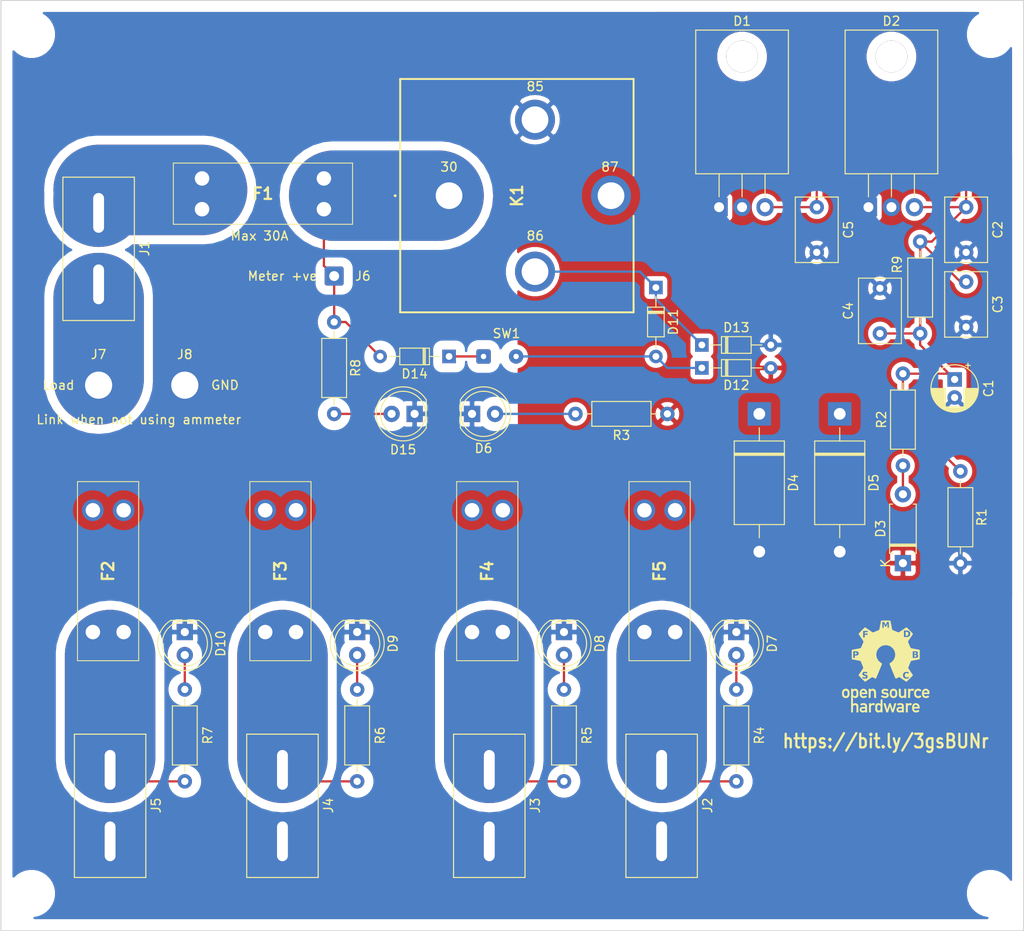
<source format=kicad_pcb>
(kicad_pcb (version 20171130) (host pcbnew "(5.1.9)-1")
  (layers (0 F.Cu signal) (31 B.Cu signal) (34 B.Paste user) (35 F.Paste user) (36 B.SilkS user) (37 F.SilkS user) (38 B.Mask user) (39 F.Mask user) (44 Edge.Cuts user))
  (net 0 "")
  (net 1 "Net-(C1-Pad1)")
  (net 2 "Net-(D3-Pad2)")
  (net 3 "Net-(D6-Pad2)")
  (net 4 "Net-(D7-Pad2)")
  (net 5 "Net-(D8-Pad2)")
  (net 6 "Net-(D9-Pad2)")
  (net 7 "Net-(D10-Pad2)")
  (net 8 "Net-(D11-Pad2)")
  (net 9 "Net-(D11-Pad1)")
  (net 10 "Net-(D14-Pad2)")
  (net 11 "Net-(D14-Pad1)")
  (net 12 "Net-(D15-Pad2)")
  (net 13 "Net-(F1-Pad1)")
  (net 14 "Net-(F2-Pad1)")
  (net 15 "Net-(F3-Pad1)")
  (net 16 "Net-(F4-Pad1)")
  (net 17 "Net-(F5-Pad1)")
  (net 18 "Net-(J1-Pad2)")
  (net 19 /GND)
  (net 20 /Vout)
  (module MountingHole:MountingHole_3.2mm_M3 (layer F.Cu) (at 91 114)
    (fp_text reference " " (at 0 -4.2) (layer F.SilkS))
    (fp_text value MountingHole_3.2mm_M3)
    (pad 1 np_thru_hole circle (at 0 0) (size 3.2 3.2) (drill 3.2) (layers *.Cu *.Mask))
  )
  (module MountingHole:MountingHole_3.2mm_M3 (layer F.Cu) (at 197 19)
    (fp_text reference " " (at -0.15 4.495) (layer F.SilkS))
    (fp_text value MountingHole_3.2mm_M3)
    (pad 1 np_thru_hole circle (at 0 0) (size 3.2 3.2) (drill 3.2) (layers *.Cu *.Mask))
  )
  (module MountingHole:MountingHole_3.2mm_M3 (layer F.Cu) (at 197 114)
    (fp_text reference " " (at 0 -4.2) (layer F.SilkS))
    (fp_text value MountingHole_3.2mm_M3)
    (pad 1 np_thru_hole circle (at 0 0) (size 3.2 3.2) (drill 3.2) (layers *.Cu *.Mask))
  )
  (module MountingHole:MountingHole_3.2mm_M3 (layer F.Cu) (at 91 19)
    (fp_text reference " " (at 0.44 4.495) (layer F.SilkS))
    (fp_text value MountingHole_3.2mm_M3)
    (pad 1 np_thru_hole circle (at 0 0) (size 3.2 3.2) (drill 3.2) (layers *.Cu *.Mask))
  )
  (module OpenSourceLogos:ohs-logo (layer F.Cu) (at 185.42 88.9)
    (fp_text reference G*** hide)
    (fp_text value LOGO hide)
  )
  (module SamacSys_Parts:896HP1AHC12VDC (layer F.Cu) (at 137.16 36.83 270)
    (fp_text reference K1 (at 0 -7.5 90) (layer F.SilkS) (effects (font (size 1.27 1.27) (thickness 0.254))))
    (fp_text value 896HP-1AH-C-12VDC hide)
    (pad 87 thru_hole circle (at 0 -17.9 270) (size 4.428 4.428) (drill 2.952) (layers *.Cu *.Mask) (net 20 /Vout))
    (pad 86 thru_hole circle (at 8.4 -9.5 270) (size 4.428 4.428) (drill 2.952) (layers *.Cu *.Mask) (net 9 "Net-(D11-Pad1)"))
    (pad 85 thru_hole circle (at -8.4 -9.5 270) (size 4.428 4.428) (drill 2.952) (layers *.Cu *.Mask) (net 19 /GND))
    (pad 30 thru_hole circle (at 0 0 270) (size 4.428 4.428) (drill 2.952) (layers *.Cu *.Mask) (net 10 "Net-(D14-Pad2)"))
  )
  (module SamacSys_Parts:355720 (layer F.Cu) (at 158.75 85.09 90)
    (fp_text reference F5 (at 6.735 1.683 90) (layer F.SilkS) (effects (font (size 1.27 1.27) (thickness 0.254))))
    (fp_text value <=20A hide)
    (pad 4 thru_hole circle (at 13.47 0 90) (size 2.4 2.4) (drill 1.6) (layers *.Cu *.Mask) (net 20 /Vout))
    (pad 3 thru_hole circle (at 13.47 3.4 90) (size 2.4 2.4) (drill 1.6) (layers *.Cu *.Mask) (net 20 /Vout))
    (pad 2 thru_hole circle (at 0 3.4 90) (size 2.4 2.4) (drill 1.6) (layers *.Cu *.Mask) (net 17 "Net-(F5-Pad1)"))
    (pad 1 thru_hole circle (at 0 0 90) (size 2.4 2.4) (drill 1.6) (layers *.Cu *.Mask) (net 17 "Net-(F5-Pad1)"))
  )
  (module SamacSys_Parts:355720 (layer F.Cu) (at 139.7 85.09 90)
    (fp_text reference F4 (at 6.735 1.683 90) (layer F.SilkS) (effects (font (size 1.27 1.27) (thickness 0.254))))
    (fp_text value <=20A hide)
    (pad 4 thru_hole circle (at 13.47 0 90) (size 2.4 2.4) (drill 1.6) (layers *.Cu *.Mask) (net 20 /Vout))
    (pad 3 thru_hole circle (at 13.47 3.4 90) (size 2.4 2.4) (drill 1.6) (layers *.Cu *.Mask) (net 20 /Vout))
    (pad 2 thru_hole circle (at 0 3.4 90) (size 2.4 2.4) (drill 1.6) (layers *.Cu *.Mask) (net 16 "Net-(F4-Pad1)"))
    (pad 1 thru_hole circle (at 0 0 90) (size 2.4 2.4) (drill 1.6) (layers *.Cu *.Mask) (net 16 "Net-(F4-Pad1)"))
  )
  (module SamacSys_Parts:355720 (layer F.Cu) (at 116.84 85.09 90)
    (fp_text reference F3 (at 6.735 1.683 90) (layer F.SilkS) (effects (font (size 1.27 1.27) (thickness 0.254))))
    (fp_text value <=20A hide)
    (pad 4 thru_hole circle (at 13.47 0 90) (size 2.4 2.4) (drill 1.6) (layers *.Cu *.Mask) (net 20 /Vout))
    (pad 3 thru_hole circle (at 13.47 3.4 90) (size 2.4 2.4) (drill 1.6) (layers *.Cu *.Mask) (net 20 /Vout))
    (pad 2 thru_hole circle (at 0 3.4 90) (size 2.4 2.4) (drill 1.6) (layers *.Cu *.Mask) (net 15 "Net-(F3-Pad1)"))
    (pad 1 thru_hole circle (at 0 0 90) (size 2.4 2.4) (drill 1.6) (layers *.Cu *.Mask) (net 15 "Net-(F3-Pad1)"))
  )
  (module SamacSys_Parts:355720 (layer F.Cu) (at 97.79 85.09 90)
    (fp_text reference F2 (at 6.735 1.683 90) (layer F.SilkS) (effects (font (size 1.27 1.27) (thickness 0.254))))
    (fp_text value <=20A hide)
    (pad 4 thru_hole circle (at 13.47 0 90) (size 2.4 2.4) (drill 1.6) (layers *.Cu *.Mask) (net 20 /Vout))
    (pad 3 thru_hole circle (at 13.47 3.4 90) (size 2.4 2.4) (drill 1.6) (layers *.Cu *.Mask) (net 20 /Vout))
    (pad 2 thru_hole circle (at 0 3.4 90) (size 2.4 2.4) (drill 1.6) (layers *.Cu *.Mask) (net 14 "Net-(F2-Pad1)"))
    (pad 1 thru_hole circle (at 0 0 90) (size 2.4 2.4) (drill 1.6) (layers *.Cu *.Mask) (net 14 "Net-(F2-Pad1)"))
  )
  (module SamacSys_Parts:355720 (layer F.Cu) (at 109.855 34.925)
    (fp_text reference F1 (at 6.735 1.683) (layer F.SilkS) (effects (font (size 1.27 1.27) (thickness 0.254))))
    (fp_text value <=30A hide)
    (pad 4 thru_hole circle (at 13.47 0) (size 2.4 2.4) (drill 1.6) (layers *.Cu *.Mask) (net 10 "Net-(D14-Pad2)"))
    (pad 3 thru_hole circle (at 13.47 3.4) (size 2.4 2.4) (drill 1.6) (layers *.Cu *.Mask) (net 10 "Net-(D14-Pad2)"))
    (pad 2 thru_hole circle (at 0 3.4) (size 2.4 2.4) (drill 1.6) (layers *.Cu *.Mask) (net 13 "Net-(F1-Pad1)"))
    (pad 1 thru_hole circle (at 0 0) (size 2.4 2.4) (drill 1.6) (layers *.Cu *.Mask) (net 13 "Net-(F1-Pad1)"))
  )
  (module Resistor_THT:R_Axial_DIN0207_L6.3mm_D2.5mm_P10.16mm_Horizontal (layer F.Cu) (at 124.46 50.8 270)
    (fp_text reference R8 (at 5.08 -2.37 90) (layer F.SilkS))
    (fp_text value 220K)
    (pad 2 thru_hole oval (at 10.16 0 270) (size 1.6 1.6) (drill 0.8) (layers *.Cu *.Mask) (net 12 "Net-(D15-Pad2)"))
    (pad 1 thru_hole circle (at 0 0 270) (size 1.6 1.6) (drill 0.8) (layers *.Cu *.Mask) (net 10 "Net-(D14-Pad2)"))
  )
  (module Connector_Wire:SolderWire-2.5sqmm_1x01_D2.4mm_OD4.4mm (layer F.Cu) (at 107.95 57.785)
    (fp_text reference J8 (at 0 -3.4) (layer F.SilkS))
    (fp_text value "Meter LOAD")
    (pad 1 thru_hole roundrect (at 0 0) (size 4.4 4.4) (drill 3) (layers *.Cu *.Mask) (roundrect_rratio 0.057) (net 19 /GND))
  )
  (module Connector_Wire:SolderWire-2.5sqmm_1x01_D2.4mm_OD4.4mm (layer F.Cu) (at 98.425 57.785)
    (fp_text reference J7 (at 0 -3.4) (layer F.SilkS))
    (fp_text value "Meter GND")
    (pad 1 thru_hole roundrect (at 0 0) (size 4.4 4.4) (drill 3) (layers *.Cu *.Mask) (roundrect_rratio 0.057) (net 18 "Net-(J1-Pad2)"))
  )
  (module Connector_Wire:SolderWire-0.5sqmm_1x01_D0.9mm_OD2.1mm (layer F.Cu) (at 124.46 45.72)
    (fp_text reference J6 (at 3.175 0) (layer F.SilkS))
    (fp_text value "Meter +ve")
    (pad 1 thru_hole roundrect (at 0 0) (size 2.1 2.1) (drill 1.1) (layers *.Cu *.Mask) (roundrect_rratio 0.1190471428571429) (net 10 "Net-(D14-Pad2)"))
  )
  (module SamacSys_Parts:Anderson_powerpole_2w (layer F.Cu) (at 99.695 100.33 270)
    (fp_text reference J5 (at 3.937 -5.08 90) (layer F.SilkS))
    (fp_text value "Anderson powerpole")
    (pad 2 thru_hole oval (at 7.9 0 270) (size 5.5 6) (drill oval 4.4 1.2) (layers *.Cu *.Mask) (net 19 /GND))
    (pad 1 thru_hole oval (at 0 0 270) (size 5.5 6) (drill oval 4.4 1.2) (layers *.Cu *.Mask) (net 14 "Net-(F2-Pad1)"))
  )
  (module SamacSys_Parts:Anderson_powerpole_2w (layer F.Cu) (at 118.745 100.33 270)
    (fp_text reference J4 (at 3.937 -5.08 90) (layer F.SilkS))
    (fp_text value "Anderson powerpole")
    (pad 2 thru_hole oval (at 7.9 0 270) (size 5.5 6) (drill oval 4.4 1.2) (layers *.Cu *.Mask) (net 19 /GND))
    (pad 1 thru_hole oval (at 0 0 270) (size 5.5 6) (drill oval 4.4 1.2) (layers *.Cu *.Mask) (net 15 "Net-(F3-Pad1)"))
  )
  (module SamacSys_Parts:Anderson_powerpole_2w (layer F.Cu) (at 141.605 100.33 270)
    (fp_text reference J3 (at 3.937 -5.08 90) (layer F.SilkS))
    (fp_text value "Anderson powerpole")
    (pad 2 thru_hole oval (at 7.9 0 270) (size 5.5 6) (drill oval 4.4 1.2) (layers *.Cu *.Mask) (net 19 /GND))
    (pad 1 thru_hole oval (at 0 0 270) (size 5.5 6) (drill oval 4.4 1.2) (layers *.Cu *.Mask) (net 16 "Net-(F4-Pad1)"))
  )
  (module SamacSys_Parts:Anderson_powerpole_2w (layer F.Cu) (at 160.655 100.33 270)
    (fp_text reference J2 (at 3.937 -5.08 90) (layer F.SilkS))
    (fp_text value "Anderson powerpole")
    (pad 2 thru_hole oval (at 7.9 0 270) (size 5.5 6) (drill oval 4.4 1.2) (layers *.Cu *.Mask) (net 19 /GND))
    (pad 1 thru_hole oval (at 0 0 270) (size 5.5 6) (drill oval 4.4 1.2) (layers *.Cu *.Mask) (net 17 "Net-(F5-Pad1)"))
  )
  (module SamacSys_Parts:Anderson_powerpole_2w (layer F.Cu) (at 98.425 38.735 270)
    (fp_text reference J1 (at 3.937 -5.08 90) (layer F.SilkS))
    (fp_text value "Anderson powerpole")
    (pad 2 thru_hole oval (at 7.9 0 270) (size 5.5 6) (drill oval 4.4 1.2) (layers *.Cu *.Mask) (net 18 "Net-(J1-Pad2)"))
    (pad 1 thru_hole oval (at 0 0 270) (size 5.5 6) (drill oval 4.4 1.2) (layers *.Cu *.Mask) (net 13 "Net-(F1-Pad1)"))
  )
  (module Capacitor_THT:C_Rect_L7.0mm_W4.5mm_P5.00mm (layer F.Cu) (at 177.8 38.1 270)
    (fp_text reference C5 (at 2.5 -3.5 90) (layer F.SilkS))
    (fp_text value 10nF)
    (pad 2 thru_hole circle (at 5 0 270) (size 1.6 1.6) (drill 0.8) (layers *.Cu *.Mask) (net 19 /GND))
    (pad 1 thru_hole circle (at 0 0 270) (size 1.6 1.6) (drill 0.8) (layers *.Cu *.Mask) (net 1 "Net-(C1-Pad1)"))
  )
  (module Package_TO_SOT_THT:TO-220-3_Horizontal_TabDown (layer F.Cu) (at 167.005 38.1)
    (fp_text reference D1 (at 2.54 -20.58) (layer F.SilkS))
    (fp_text value TN5015H-6I)
    (pad 3 thru_hole oval (at 5.08 0) (size 1.905 2) (drill 1.1) (layers *.Cu *.Mask) (net 1 "Net-(C1-Pad1)"))
    (pad 2 thru_hole oval (at 2.54 0) (size 1.905 2) (drill 1.1) (layers *.Cu *.Mask) (net 20 /Vout))
    (pad 1 thru_hole rect (at 0 0) (size 1.905 2) (drill 1.1) (layers *.Cu *.Mask) (net 19 /GND))
    (pad "" thru_hole oval (at 2.54 -16.66) (size 3.5 3.5) (drill 3.5) (layers *.Cu *.Mask))
  )
  (module Connector_Wire:SolderWire-0.1sqmm_1x02_P3.6mm_D0.4mm_OD1mm (layer F.Cu) (at 140.97 54.61)
    (fp_text reference SW1 (at 2.54 -2.54) (layer F.SilkS))
    (fp_text value SW_Push)
    (pad 2 thru_hole circle (at 3.6 0) (size 1.6 1.6) (drill 0.6) (layers *.Cu *.Mask) (net 8 "Net-(D11-Pad2)"))
    (pad 1 thru_hole roundrect (at 0 0) (size 1.6 1.6) (drill 0.6) (layers *.Cu *.Mask) (roundrect_rratio 0.15625) (net 11 "Net-(D14-Pad1)"))
  )
  (module Resistor_THT:R_Axial_DIN0207_L6.3mm_D2.5mm_P10.16mm_Horizontal (layer F.Cu) (at 189.23 52.07 90)
    (fp_text reference R9 (at 7.62 -2.54 90) (layer F.SilkS))
    (fp_text value 0R)
    (pad 2 thru_hole oval (at 10.16 0 90) (size 1.6 1.6) (drill 0.8) (layers *.Cu *.Mask) (net 1 "Net-(C1-Pad1)"))
    (pad 1 thru_hole circle (at 0 0 90) (size 1.6 1.6) (drill 0.8) (layers *.Cu *.Mask) (net 1 "Net-(C1-Pad1)"))
  )
  (module Resistor_THT:R_Axial_DIN0207_L6.3mm_D2.5mm_P10.16mm_Horizontal (layer F.Cu) (at 107.95 101.6 90)
    (fp_text reference R7 (at 5.08 2.54 90) (layer F.SilkS))
    (fp_text value 220K)
    (pad 2 thru_hole oval (at 10.16 0 90) (size 1.6 1.6) (drill 0.8) (layers *.Cu *.Mask) (net 7 "Net-(D10-Pad2)"))
    (pad 1 thru_hole circle (at 0 0 90) (size 1.6 1.6) (drill 0.8) (layers *.Cu *.Mask) (net 14 "Net-(F2-Pad1)"))
  )
  (module Resistor_THT:R_Axial_DIN0207_L6.3mm_D2.5mm_P10.16mm_Horizontal (layer F.Cu) (at 127 101.6 90)
    (fp_text reference R6 (at 5.08 2.54 90) (layer F.SilkS))
    (fp_text value 220K)
    (pad 2 thru_hole oval (at 10.16 0 90) (size 1.6 1.6) (drill 0.8) (layers *.Cu *.Mask) (net 6 "Net-(D9-Pad2)"))
    (pad 1 thru_hole circle (at 0 0 90) (size 1.6 1.6) (drill 0.8) (layers *.Cu *.Mask) (net 15 "Net-(F3-Pad1)"))
  )
  (module Resistor_THT:R_Axial_DIN0207_L6.3mm_D2.5mm_P10.16mm_Horizontal (layer F.Cu) (at 149.86 101.6 90)
    (fp_text reference R5 (at 5.08 2.54 90) (layer F.SilkS))
    (fp_text value 220K)
    (pad 2 thru_hole oval (at 10.16 0 90) (size 1.6 1.6) (drill 0.8) (layers *.Cu *.Mask) (net 5 "Net-(D8-Pad2)"))
    (pad 1 thru_hole circle (at 0 0 90) (size 1.6 1.6) (drill 0.8) (layers *.Cu *.Mask) (net 16 "Net-(F4-Pad1)"))
  )
  (module Resistor_THT:R_Axial_DIN0207_L6.3mm_D2.5mm_P10.16mm_Horizontal (layer F.Cu) (at 168.91 101.6 90)
    (fp_text reference R4 (at 5.08 2.54 90) (layer F.SilkS))
    (fp_text value 220K)
    (pad 2 thru_hole oval (at 10.16 0 90) (size 1.6 1.6) (drill 0.8) (layers *.Cu *.Mask) (net 4 "Net-(D7-Pad2)"))
    (pad 1 thru_hole circle (at 0 0 90) (size 1.6 1.6) (drill 0.8) (layers *.Cu *.Mask) (net 17 "Net-(F5-Pad1)"))
  )
  (module Resistor_THT:R_Axial_DIN0207_L6.3mm_D2.5mm_P10.16mm_Horizontal (layer F.Cu) (at 161.29 60.96 180)
    (fp_text reference R3 (at 5.08 -2.37) (layer F.SilkS))
    (fp_text value 220K)
    (pad 2 thru_hole oval (at 10.16 0 180) (size 1.6 1.6) (drill 0.8) (layers *.Cu *.Mask) (net 3 "Net-(D6-Pad2)"))
    (pad 1 thru_hole circle (at 0 0 180) (size 1.6 1.6) (drill 0.8) (layers *.Cu *.Mask) (net 20 /Vout))
  )
  (module Resistor_THT:R_Axial_DIN0207_L6.3mm_D2.5mm_P10.16mm_Horizontal (layer F.Cu) (at 187.325 66.675 90)
    (fp_text reference R2 (at 5.08 -2.37 90) (layer F.SilkS))
    (fp_text value 10R)
    (pad 2 thru_hole oval (at 10.16 0 90) (size 1.6 1.6) (drill 0.8) (layers *.Cu *.Mask) (net 1 "Net-(C1-Pad1)"))
    (pad 1 thru_hole circle (at 0 0 90) (size 1.6 1.6) (drill 0.8) (layers *.Cu *.Mask) (net 2 "Net-(D3-Pad2)"))
  )
  (module Resistor_THT:R_Axial_DIN0207_L6.3mm_D2.5mm_P10.16mm_Horizontal (layer F.Cu) (at 193.675 67.31 270)
    (fp_text reference R1 (at 5.08 -2.37 90) (layer F.SilkS))
    (fp_text value 27K)
    (pad 2 thru_hole oval (at 10.16 0 270) (size 1.6 1.6) (drill 0.8) (layers *.Cu *.Mask) (net 19 /GND))
    (pad 1 thru_hole circle (at 0 0 270) (size 1.6 1.6) (drill 0.8) (layers *.Cu *.Mask) (net 1 "Net-(C1-Pad1)"))
  )
  (module LED_THT:LED_D5.0mm (layer F.Cu) (at 133.35 60.96 180)
    (fp_text reference D15 (at 1.27 -3.96) (layer F.SilkS))
    (fp_text value LED)
    (pad 2 thru_hole circle (at 2.54 0 180) (size 1.8 1.8) (drill 0.9) (layers *.Cu *.Mask) (net 12 "Net-(D15-Pad2)"))
    (pad 1 thru_hole rect (at 0 0 180) (size 1.8 1.8) (drill 0.9) (layers *.Cu *.Mask) (net 19 /GND))
  )
  (module Diode_THT:D_DO-34_SOD68_P7.62mm_Horizontal (layer F.Cu) (at 137.16 54.61 180)
    (fp_text reference D14 (at 3.81 -1.92) (layer F.SilkS))
    (fp_text value 1N4001)
    (pad 2 thru_hole oval (at 7.62 0 180) (size 1.5 1.5) (drill 0.75) (layers *.Cu *.Mask) (net 10 "Net-(D14-Pad2)"))
    (pad 1 thru_hole rect (at 0 0 180) (size 1.5 1.5) (drill 0.75) (layers *.Cu *.Mask) (net 11 "Net-(D14-Pad1)"))
  )
  (module Diode_THT:D_DO-34_SOD68_P7.62mm_Horizontal (layer F.Cu) (at 165.1 53.34)
    (fp_text reference D13 (at 3.81 -1.92) (layer F.SilkS))
    (fp_text value 1N4001)
    (pad 2 thru_hole oval (at 7.62 0) (size 1.5 1.5) (drill 0.75) (layers *.Cu *.Mask) (net 19 /GND))
    (pad 1 thru_hole rect (at 0 0) (size 1.5 1.5) (drill 0.75) (layers *.Cu *.Mask) (net 9 "Net-(D11-Pad1)"))
  )
  (module Diode_THT:D_DO-34_SOD68_P7.62mm_Horizontal (layer F.Cu) (at 165.1 55.88)
    (fp_text reference D12 (at 3.81 1.905) (layer F.SilkS))
    (fp_text value 1N4001)
    (pad 2 thru_hole oval (at 7.62 0) (size 1.5 1.5) (drill 0.75) (layers *.Cu *.Mask) (net 20 /Vout))
    (pad 1 thru_hole rect (at 0 0) (size 1.5 1.5) (drill 0.75) (layers *.Cu *.Mask) (net 8 "Net-(D11-Pad2)"))
  )
  (module Diode_THT:D_DO-34_SOD68_P7.62mm_Horizontal (layer F.Cu) (at 160.02 46.99 270)
    (fp_text reference D11 (at 3.81 -1.92 90) (layer F.SilkS))
    (fp_text value 1N4001)
    (pad 2 thru_hole oval (at 7.62 0 270) (size 1.5 1.5) (drill 0.75) (layers *.Cu *.Mask) (net 8 "Net-(D11-Pad2)"))
    (pad 1 thru_hole rect (at 0 0 270) (size 1.5 1.5) (drill 0.75) (layers *.Cu *.Mask) (net 9 "Net-(D11-Pad1)"))
  )
  (module LED_THT:LED_D5.0mm (layer F.Cu) (at 107.95 85.09 270)
    (fp_text reference D10 (at 1.27 -3.96 90) (layer F.SilkS))
    (fp_text value LED)
    (pad 2 thru_hole circle (at 2.54 0 270) (size 1.8 1.8) (drill 0.9) (layers *.Cu *.Mask) (net 7 "Net-(D10-Pad2)"))
    (pad 1 thru_hole rect (at 0 0 270) (size 1.8 1.8) (drill 0.9) (layers *.Cu *.Mask) (net 19 /GND))
  )
  (module LED_THT:LED_D5.0mm (layer F.Cu) (at 127 85.09 270)
    (fp_text reference D9 (at 1.27 -3.96 90) (layer F.SilkS))
    (fp_text value LED)
    (pad 2 thru_hole circle (at 2.54 0 270) (size 1.8 1.8) (drill 0.9) (layers *.Cu *.Mask) (net 6 "Net-(D9-Pad2)"))
    (pad 1 thru_hole rect (at 0 0 270) (size 1.8 1.8) (drill 0.9) (layers *.Cu *.Mask) (net 19 /GND))
  )
  (module LED_THT:LED_D5.0mm (layer F.Cu) (at 149.86 85.09 270)
    (fp_text reference D8 (at 1.27 -3.96 90) (layer F.SilkS))
    (fp_text value LED)
    (pad 2 thru_hole circle (at 2.54 0 270) (size 1.8 1.8) (drill 0.9) (layers *.Cu *.Mask) (net 5 "Net-(D8-Pad2)"))
    (pad 1 thru_hole rect (at 0 0 270) (size 1.8 1.8) (drill 0.9) (layers *.Cu *.Mask) (net 19 /GND))
  )
  (module LED_THT:LED_D5.0mm (layer F.Cu) (at 168.91 85.09 270)
    (fp_text reference D7 (at 1.27 -3.96 90) (layer F.SilkS))
    (fp_text value LED)
    (pad 2 thru_hole circle (at 2.54 0 270) (size 1.8 1.8) (drill 0.9) (layers *.Cu *.Mask) (net 4 "Net-(D7-Pad2)"))
    (pad 1 thru_hole rect (at 0 0 270) (size 1.8 1.8) (drill 0.9) (layers *.Cu *.Mask) (net 19 /GND))
  )
  (module LED_THT:LED_D5.0mm (layer F.Cu) (at 139.7 60.96)
    (fp_text reference D6 (at 1.27 3.81) (layer F.SilkS))
    (fp_text value LED)
    (pad 2 thru_hole circle (at 2.54 0) (size 1.8 1.8) (drill 0.9) (layers *.Cu *.Mask) (net 3 "Net-(D6-Pad2)"))
    (pad 1 thru_hole rect (at 0 0) (size 1.8 1.8) (drill 0.9) (layers *.Cu *.Mask) (net 19 /GND))
  )
  (module Diode_THT:D_DO-201AE_P15.24mm_Horizontal (layer F.Cu) (at 180.34 60.96 270)
    (fp_text reference D5 (at 7.62 -3.77 90) (layer F.SilkS))
    (fp_text value TP6KE16A)
    (pad 2 thru_hole oval (at 15.24 0 270) (size 2.6 2.6) (drill 1.3) (layers *.Cu *.Mask) (net 19 /GND))
    (pad 1 thru_hole rect (at 0 0 270) (size 2.6 2.6) (drill 1.3) (layers *.Cu *.Mask) (net 20 /Vout))
  )
  (module Diode_THT:D_DO-201AE_P15.24mm_Horizontal (layer F.Cu) (at 171.45 60.96 270)
    (fp_text reference D4 (at 7.62 -3.77 90) (layer F.SilkS))
    (fp_text value TP6KE16A)
    (pad 2 thru_hole oval (at 15.24 0 270) (size 2.6 2.6) (drill 1.3) (layers *.Cu *.Mask) (net 19 /GND))
    (pad 1 thru_hole rect (at 0 0 270) (size 2.6 2.6) (drill 1.3) (layers *.Cu *.Mask) (net 20 /Vout))
  )
  (module Diode_THT:D_A-405_P7.62mm_Horizontal (layer F.Cu) (at 187.325 77.47 90)
    (fp_text reference D3 (at 3.81 -2.47 90) (layer F.SilkS))
    (fp_text value "1N5245B (15V)")
    (fp_text user K (at 0 -1.9 90) (layer F.SilkS))
    (pad 2 thru_hole oval (at 7.62 0 90) (size 1.8 1.8) (drill 0.9) (layers *.Cu *.Mask) (net 2 "Net-(D3-Pad2)"))
    (pad 1 thru_hole rect (at 0 0 90) (size 1.8 1.8) (drill 0.9) (layers *.Cu *.Mask) (net 20 /Vout))
  )
  (module Package_TO_SOT_THT:TO-220-3_Horizontal_TabDown (layer F.Cu) (at 183.515 38.1)
    (fp_text reference D2 (at 2.54 -20.58) (layer F.SilkS))
    (fp_text value TN5015H-6I)
    (pad 3 thru_hole oval (at 5.08 0) (size 1.905 2) (drill 1.1) (layers *.Cu *.Mask) (net 1 "Net-(C1-Pad1)"))
    (pad 2 thru_hole oval (at 2.54 0) (size 1.905 2) (drill 1.1) (layers *.Cu *.Mask) (net 20 /Vout))
    (pad 1 thru_hole rect (at 0 0) (size 1.905 2) (drill 1.1) (layers *.Cu *.Mask) (net 19 /GND))
    (pad "" thru_hole oval (at 2.54 -16.66) (size 3.5 3.5) (drill 3.5) (layers *.Cu *.Mask))
  )
  (module Capacitor_THT:C_Rect_L7.0mm_W4.5mm_P5.00mm (layer F.Cu) (at 184.785 52.07 90)
    (fp_text reference C4 (at 2.5 -3.5 90) (layer F.SilkS))
    (fp_text value unpop)
    (pad 2 thru_hole circle (at 5 0 90) (size 1.6 1.6) (drill 0.8) (layers *.Cu *.Mask) (net 19 /GND))
    (pad 1 thru_hole circle (at 0 0 90) (size 1.6 1.6) (drill 0.8) (layers *.Cu *.Mask) (net 1 "Net-(C1-Pad1)"))
  )
  (module Capacitor_THT:C_Rect_L7.0mm_W4.5mm_P5.00mm (layer F.Cu) (at 194.31 46.355 270)
    (fp_text reference C3 (at 2.5 -3.5 90) (layer F.SilkS))
    (fp_text value unpop)
    (pad 2 thru_hole circle (at 5 0 270) (size 1.6 1.6) (drill 0.8) (layers *.Cu *.Mask) (net 19 /GND))
    (pad 1 thru_hole circle (at 0 0 270) (size 1.6 1.6) (drill 0.8) (layers *.Cu *.Mask) (net 1 "Net-(C1-Pad1)"))
  )
  (module Capacitor_THT:C_Rect_L7.0mm_W4.5mm_P5.00mm (layer F.Cu) (at 194.31 38.1 270)
    (fp_text reference C2 (at 2.5 -3.5 90) (layer F.SilkS))
    (fp_text value 10nF)
    (pad 2 thru_hole circle (at 5 0 270) (size 1.6 1.6) (drill 0.8) (layers *.Cu *.Mask) (net 19 /GND))
    (pad 1 thru_hole circle (at 0 0 270) (size 1.6 1.6) (drill 0.8) (layers *.Cu *.Mask) (net 1 "Net-(C1-Pad1)"))
  )
  (module Capacitor_THT:CP_Radial_D5.0mm_P2.00mm (layer F.Cu) (at 193.04 57.15 270)
    (fp_text reference C1 (at 1 -3.75 90) (layer F.SilkS))
    (fp_text value 10uF)
    (pad 2 thru_hole circle (at 2 0 270) (size 1.6 1.6) (drill 0.8) (layers *.Cu *.Mask) (net 19 /GND))
    (pad 1 thru_hole rect (at 0 0 270) (size 1.6 1.6) (drill 0.8) (layers *.Cu *.Mask) (net 1 "Net-(C1-Pad1)"))
  )
  (gr_text https://bit.ly/3gsBUNr (at 185.42 97.155) (layer F.SilkS) (effects (font (size 1.5 1.3) (thickness 0.25))))
  (gr_text "Max 30A" (at 116.205 41.275) (layer F.SilkS) (effects (font (size 1 1))))
  (gr_text Load (at 93.98 57.785) (layer F.SilkS) (effects (font (size 1 1))))
  (gr_text GND (at 112.395 57.785) (layer F.SilkS) (effects (font (size 1 1))))
  (gr_text "Meter +ve" (at 118.745 45.72) (layer F.SilkS) (effects (font (size 1 1))))
  (gr_text "Link when not using ammeter" (at 102.87 61.595) (layer F.SilkS) (effects (font (size 1 1))))
  (gr_text 85 (at 146.685 24.765) (layer F.SilkS) (effects (font (size 1 1))))
  (gr_text 86 (at 146.685 41.275) (layer F.SilkS) (effects (font (size 1 1))))
  (gr_text 87 (at 154.94 33.655) (layer F.SilkS) (effects (font (size 1 1))))
  (gr_text 30 (at 137.16 33.655) (layer F.SilkS) (effects (font (size 1 1))))
  (gr_line (start 200.66 15.24) (end 200.66 118.11) (layer Edge.Cuts) (width 0.1))
  (gr_line (start 87.63 15.24) (end 200.66 15.24) (layer Edge.Cuts) (width 0.1))
  (gr_line (start 87.63 118.11) (end 87.63 15.24) (layer Edge.Cuts) (width 0.1))
  (gr_line (start 200.66 118.11) (end 87.63 118.11) (layer Edge.Cuts) (width 0.1))
  (segment (start 172.085 38.1) (end 177.8 38.1) (width 0.25) (layer F.Cu) (net 1))
  (segment (start 188.595 38.1) (end 194.31 38.1) (width 0.25) (layer F.Cu) (net 1))
  (segment (start 194.31 38.1) (end 194.31 34.29) (width 0.25) (layer F.Cu) (net 1))
  (segment (start 177.8 34.29) (end 177.8 38.1) (width 0.25) (layer F.Cu) (net 1))
  (segment (start 190.5 41.91) (end 194.31 38.1) (width 0.25) (layer F.Cu) (net 1))
  (segment (start 189.23 41.91) (end 190.5 41.91) (width 0.25) (layer F.Cu) (net 1))
  (segment (start 177.8 34.29) (end 177.8 33.02) (width 0.25) (layer F.Cu) (net 1))
  (segment (start 177.8 33.02) (end 194.31 33.02) (width 0.25) (layer F.Cu) (net 1))
  (segment (start 194.31 33.02) (end 194.31 34.29) (width 0.25) (layer F.Cu) (net 1))
  (segment (start 193.675 46.355) (end 194.31 46.355) (width 0.25) (layer F.Cu) (net 1))
  (segment (start 189.23 41.91) (end 193.675 46.355) (width 0.25) (layer F.Cu) (net 1))
  (segment (start 189.23 41.91) (end 189.23 52.07) (width 0.25) (layer F.Cu) (net 1))
  (segment (start 184.785 52.07) (end 189.23 52.07) (width 0.25) (layer F.Cu) (net 1))
  (segment (start 189.23 53.34) (end 193.04 57.15) (width 0.25) (layer F.Cu) (net 1))
  (segment (start 189.23 52.07) (end 189.23 53.34) (width 0.25) (layer F.Cu) (net 1))
  (segment (start 192.405 56.515) (end 193.04 57.15) (width 0.25) (layer F.Cu) (net 1))
  (segment (start 187.325 56.515) (end 192.405 56.515) (width 0.25) (layer F.Cu) (net 1))
  (segment (start 187.325 60.96) (end 193.675 67.31) (width 0.25) (layer F.Cu) (net 1))
  (segment (start 187.325 56.515) (end 187.325 60.96) (width 0.25) (layer F.Cu) (net 1))
  (segment (start 187.325 69.85) (end 187.325 66.675) (width 0.25) (layer F.Cu) (net 2))
  (segment (start 142.24 60.96) (end 151.13 60.96) (width 0.25) (layer B.Cu) (net 3))
  (segment (start 168.91 87.63) (end 168.91 91.44) (width 0.25) (layer F.Cu) (net 4))
  (segment (start 149.86 87.63) (end 149.86 91.44) (width 0.25) (layer F.Cu) (net 5))
  (segment (start 127 87.63) (end 127 91.44) (width 0.25) (layer F.Cu) (net 6))
  (segment (start 107.95 87.63) (end 108.585 87.63) (width 0.25) (layer F.Cu) (net 7))
  (segment (start 107.95 87.63) (end 107.95 91.44) (width 0.25) (layer F.Cu) (net 7))
  (segment (start 144.57 54.61) (end 160.02 54.61) (width 0.25) (layer B.Cu) (net 8))
  (segment (start 161.29 55.88) (end 160.02 54.61) (width 0.25) (layer B.Cu) (net 8))
  (segment (start 165.1 55.88) (end 161.29 55.88) (width 0.25) (layer B.Cu) (net 8))
  (segment (start 158.26 45.23) (end 160.02 46.99) (width 0.25) (layer B.Cu) (net 9))
  (segment (start 146.66 45.23) (end 158.26 45.23) (width 0.25) (layer B.Cu) (net 9))
  (segment (start 160.02 48.26) (end 165.1 53.34) (width 0.25) (layer B.Cu) (net 9))
  (segment (start 160.02 46.99) (end 160.02 48.26) (width 0.25) (layer B.Cu) (net 9))
  (segment (start 136 36.83) (end 124.46 36.83) (width 10) (layer F.Cu) (net 10))
  (segment (start 123.325 44.585) (end 124.46 45.72) (width 0.25) (layer F.Cu) (net 10))
  (segment (start 123.325 38.325) (end 123.325 44.585) (width 0.25) (layer F.Cu) (net 10))
  (segment (start 136 36.83) (end 124.46 36.83) (width 10) (layer B.Cu) (net 10))
  (segment (start 125.73 50.8) (end 129.54 54.61) (width 0.25) (layer F.Cu) (net 10))
  (segment (start 124.46 50.8) (end 125.73 50.8) (width 0.25) (layer F.Cu) (net 10))
  (segment (start 124.46 45.72) (end 124.46 50.8) (width 0.25) (layer F.Cu) (net 10))
  (segment (start 137.16 54.61) (end 140.97 54.61) (width 0.25) (layer F.Cu) (net 11))
  (segment (start 124.46 60.96) (end 130.81 60.96) (width 0.25) (layer F.Cu) (net 12))
  (segment (start 98.425 37.5) (end 98.425 37) (width 10) (layer F.Cu) (net 13))
  (segment (start 98.425 36.195) (end 109.855 36.195) (width 10) (layer F.Cu) (net 13))
  (segment (start 98.425 36.195) (end 109.855 36.195) (width 10) (layer B.Cu) (net 13))
  (segment (start 98.425 37.5) (end 98.425 37) (width 10) (layer B.Cu) (net 13))
  (segment (start 99.695 99) (end 99.695 87.63) (width 10) (layer F.Cu) (net 14))
  (segment (start 100.965 101.6) (end 99.695 100.33) (width 0.25) (layer F.Cu) (net 14))
  (segment (start 107.95 101.6) (end 100.965 101.6) (width 0.25) (layer F.Cu) (net 14))
  (segment (start 99.695 99) (end 99.695 87.63) (width 10) (layer B.Cu) (net 14))
  (segment (start 118.745 99) (end 118.745 87.63) (width 10) (layer F.Cu) (net 15))
  (segment (start 119.38 101.6) (end 118.11 100.33) (width 0.25) (layer F.Cu) (net 15))
  (segment (start 127 101.6) (end 119.38 101.6) (width 0.25) (layer F.Cu) (net 15))
  (segment (start 118.745 99) (end 118.745 87.63) (width 10) (layer B.Cu) (net 15))
  (segment (start 141.605 99) (end 141.605 87.63) (width 10) (layer F.Cu) (net 16))
  (segment (start 142.24 101.6) (end 140.97 100.33) (width 0.25) (layer F.Cu) (net 16))
  (segment (start 149.86 101.6) (end 142.24 101.6) (width 0.25) (layer F.Cu) (net 16))
  (segment (start 141.605 99) (end 141.605 87.63) (width 10) (layer B.Cu) (net 16))
  (segment (start 160.655 99) (end 160.655 87.63) (width 10) (layer F.Cu) (net 17))
  (segment (start 161.29 101.6) (end 160.02 100.33) (width 0.25) (layer F.Cu) (net 17))
  (segment (start 168.91 101.6) (end 161.29 101.6) (width 0.25) (layer F.Cu) (net 17))
  (segment (start 160.655 99) (end 160.655 87.63) (width 10) (layer B.Cu) (net 17))
  (segment (start 98.425 57.15) (end 98.425 48.15) (width 10) (layer F.Cu) (net 18))
  (segment (start 98.425 57.15) (end 98.425 48.15) (width 10) (layer B.Cu) (net 18))
  (zone (net 20) (net_name /Vout) (layer F.Cu) (connect_pads (clearance 0.508)) (min_thickness 0.254) (fill yes (arc_segments 32) (thermal_gap 0.508) (thermal_bridge_width 0.508))
    (polygon (pts (xy 199.39 81.28) (xy 90.805 81.28) (xy 90.805 64.135) (xy 144.78 64.135) (xy 144.62125 32.385) (xy 199.39 32.385)))
  )
  (zone (net 0) (net_name "") (layer F.Cu) (connect_pads (clearance 1)) (min_thickness 0.254) (fill yes (arc_segments 32) (thermal_gap 0.508) (thermal_bridge_width 0.508))
    (polygon (pts (xy 194.31 31.115) (xy 160.02 31.115) (xy 160.02 16.51) (xy 194.31 16.51)))
  )
  (zone (net 19) (net_name /GND) (layer B.Cu) (connect_pads (clearance 1)) (min_thickness 0.254) (fill yes (arc_segments 32) (thermal_gap 0.508) (thermal_bridge_width 0.508))
    (polygon (pts (xy 199.39 116.84) (xy 88.9 116.84) (xy 88.9 16.51) (xy 199.39 16.51)))
  )
)
</source>
